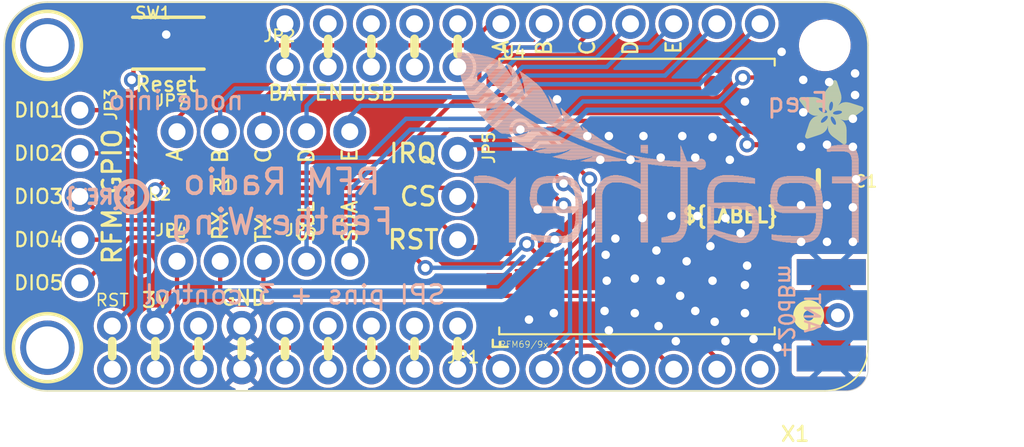
<source format=kicad_pcb>
(kicad_pcb (version 20221018) (generator pcbnew)
  (layers (0 "F.Cu" signal) (1 "In1.Cu" signal) (2 "In2.Cu" signal) (3 "In3.Cu" signal) (4 "In4.Cu" signal) (5 "In5.Cu" signal) (6 "In6.Cu" signal) (7 "In7.Cu" signal) (8 "In8.Cu" signal) (9 "In9.Cu" signal) (10 "In10.Cu" signal) (11 "In11.Cu" signal) (12 "In12.Cu" signal) (13 "In13.Cu" signal) (14 "In14.Cu" signal) (31 "B.Cu" signal) (34 "B.Paste" user) (35 "F.Paste" user) (36 "B.SilkS" user "B.Silkscreen") (37 "F.SilkS" user "F.Silkscreen") (38 "B.Mask" user) (39 "F.Mask" user) (44 "Edge.Cuts" user))
  (net 0 "")
  (net 1 "GND")
  (net 2 "3.3V")
  (net 3 "N$25")
  (net 4 "MOSI")
  (net 5 "MISO")
  (net 6 "SCK")
  (net 7 "RST")
  (net 8 "CS")
  (net 9 "IRQ")
  (net 10 "ANT")
  (net 11 "DIO3")
  (net 12 "DIO2")
  (net 13 "DIO1")
  (net 14 "DIO5")
  (net 15 "DIO4")
  (net 16 "M")
  (net 17 "L")
  (net 18 "K")
  (net 19 "J")
  (net 20 "I")
  (net 21 "N$7")
  (net 22 "VBAT")
  (net 23 "EN")
  (net 24 "USB")
  (net 25 "H")
  (net 26 "G")
  (net 27 "F")
  (net 28 "TX")
  (net 29 "RX")
  (net 30 "A")
  (net 31 "B")
  (net 32 "C")
  (net 33 "D")
  (net 34 "E")
  (net 35 "SCL")
  (net 36 "SDA")
  (net 37 "NC")
  (footprint "working:1X05_ROUND_76" (layer "F.Cu") (at 138.3411 101.1936)
    (fp_text reference "JP7")
    (fp_text value "")
  )
  (footprint "working:MOUNTINGHOLE_2.5_PLATED" (layer "F.Cu") (at 125.6411 113.8936)
    (fp_text reference "U$7" hide)
    (fp_text value "MOUNTINGHOLE2.5" hide)
  )
  (footprint "working:FEATHERWING_NOHOLES" (layer "F.Cu") (at 123.1011 116.4336)
    (fp_text reference "MS1" hide)
    (fp_text value "FEATHERWING_NOHOLES" hide)
  )
  (footprint "working:FIDUCIAL_1MM" (layer "F.Cu") (at 164.7571 98.3996)
    (fp_text reference "FID2" hide)
    (fp_text value "FIDUCIAL\"\"" hide)
  )
  (footprint "working:0603-NO" (layer "F.Cu") (at 134.7851 105.0036 180)
    (fp_text reference "R2")
    (fp_text value "100k")
  )
  (footprint "working:0805-NO" (layer "F.Cu") (at 170.9801 103.9876)
    (fp_text reference "C1")
    (fp_text value "10uF")
  )
  (footprint "working:MOUNTINGHOLE_2.5_PLATED" (layer "F.Cu") (at 125.6411 96.1136)
    (fp_text reference "U$8" hide)
    (fp_text value "MOUNTINGHOLE2.5" hide)
  )
  (footprint "working:1X05_ROUND_70" (layer "F.Cu") (at 144.6911 97.3836)
    (fp_text reference "JP2")
    (fp_text value "")
  )
  (footprint "working:1X02_ROUND" (layer "F.Cu") (at 142.1511 108.8136)
    (fp_text reference "JP6")
    (fp_text value "")
  )
  (footprint "working:1X03_ROUND_76" (layer "F.Cu") (at 135.8011 108.8136)
    (fp_text reference "JP4")
    (fp_text value "")
  )
  (footprint "working:1X09_ROUND_70" (layer "F.Cu") (at 139.6111 112.6236 180)
    (fp_text reference "JP1")
    (fp_text value "")
  )
  (footprint "working:SMA_EDGELAUNCH_UFL" (layer "F.Cu") (at 173.7741 111.9886 180)
    (fp_text reference "X1")
    (fp_text value "uFL/SMA")
  )
  (footprint "working:0603-NO" (layer "F.Cu") (at 138.4681 104.4956 180)
    (fp_text reference "R1")
    (fp_text value "100k")
  )
  (footprint "working:BTN_KMR2_4.6X2.8" (layer "F.Cu") (at 132.7531 95.9866)
    (fp_text reference "SW1")
    (fp_text value "")
  )
  (footprint "working:FIDUCIAL_1MM" (layer "F.Cu") (at 131.2291 109.0676)
    (fp_text reference "FID1" hide)
    (fp_text value "FIDUCIAL\"\"" hide)
  )
  (footprint "working:1X05_ROUND_70" (layer "F.Cu") (at 127.5461 105.0036 -90)
    (fp_text reference "JP3")
    (fp_text value "")
  )
  (footprint "working:RFMHCW_SMT" (layer "F.Cu") (at 160.3121 105.0036)
    (fp_text reference "U4")
    (fp_text value "RFM69/9x")
  )
  (footprint "" (layer "F.Cu") (at 171.3611 96.1136)
    (fp_text reference "@HOLE0" hide)
    (fp_text value "")
  )
  (footprint "working:1X03_ROUND_76" (layer "F.Cu") (at 149.7711 105.0036 -90)
    (fp_text reference "JP5")
    (fp_text value "")
  )
  (footprint "working:ADAFRUIT_3.5MM" (layer "F.Cu") (at 169.8371 101.9556)
    (fp_text reference "U$15" hide)
    (fp_text value "" hide)
  )
  (footprint "working:FEATHERLOGO" (layer "B.Cu") (at 174.0281 107.7976 180)
    (fp_text reference "U$16" hide)
    (fp_text value "" hide)
  )
  (footprint "working:PCBFEAT-REV-040" (layer "B.Cu") (at 130.5941 105.0036 180)
    (fp_text reference "U$14" hide)
    (fp_text value "" hide)
  )
  (gr_line (start 144.6911 114.4016) (end 144.6911 113.5126) (stroke (width 0.508)) (layer "F.SilkS"))
  (gr_line (start 131.9911 114.4016) (end 131.9911 113.5126) (stroke (width 0.508)) (layer "F.SilkS"))
  (gr_line (start 149.7711 114.4016) (end 149.7711 113.5126) (stroke (width 0.508)) (layer "F.SilkS"))
  (gr_line (start 139.6111 114.4016) (end 139.6111 113.5126) (stroke (width 0.508)) (layer "F.SilkS"))
  (gr_line (start 129.4511 114.4016) (end 129.4511 113.5126) (stroke (width 0.508)) (layer "F.SilkS"))
  (gr_line (start 149.7711 96.6216) (end 149.7711 95.7326) (stroke (width 0.508)) (layer "F.SilkS"))
  (gr_line (start 134.5311 114.4016) (end 134.5311 113.5126) (stroke (width 0.508)) (layer "F.SilkS"))
  (gr_line (start 139.6111 96.6216) (end 139.6111 95.7326) (stroke (width 0.508)) (layer "F.SilkS"))
  (gr_line (start 142.1511 114.4016) (end 142.1511 113.5126) (stroke (width 0.508)) (layer "F.SilkS"))
  (gr_line (start 144.6911 96.6216) (end 144.6911 95.7326) (stroke (width 0.508)) (layer "F.SilkS"))
  (gr_line (start 137.0711 114.4016) (end 137.0711 113.5126) (stroke (width 0.508)) (layer "F.SilkS"))
  (gr_line (start 147.2311 96.6216) (end 147.2311 95.7326) (stroke (width 0.508)) (layer "F.SilkS"))
  (gr_line (start 147.2311 114.4016) (end 147.2311 113.5126) (stroke (width 0.508)) (layer "F.SilkS"))
  (gr_line (start 142.1511 96.6216) (end 142.1511 95.7326) (stroke (width 0.508)) (layer "F.SilkS"))
  (gr_line (start 125.6411 93.5736) (end 171.3611 93.5736) (stroke (width 0.05)) (layer "Edge.Cuts"))
  (gr_line (start 173.9011 96.1136) (end 173.9011 115.1636) (stroke (width 0.05)) (layer "Edge.Cuts"))
  (gr_arc (start 173.9011 115.1636) (mid 173.529126 116.061626) (end 172.6311 116.4336) (stroke (width 0.05)) (layer "Edge.Cuts"))
  (gr_line (start 123.1011 113.8936) (end 123.1011 96.1136) (stroke (width 0.05)) (layer "Edge.Cuts"))
  (gr_line (start 172.6311 116.4336) (end 125.6411 116.4336) (stroke (width 0.05)) (layer "Edge.Cuts"))
  (gr_arc (start 123.1011 96.1136) (mid 123.845049 94.317549) (end 125.6411 93.5736) (stroke (width 0.05)) (layer "Edge.Cuts"))
  (gr_arc (start 171.3611 93.5736) (mid 173.157151 94.317549) (end 173.9011 96.1136) (stroke (width 0.05)) (layer "Edge.Cuts"))
  (gr_arc (start 125.6411 116.4336) (mid 123.845049 115.689651) (end 123.1011 113.8936) (stroke (width 0.05)) (layer "Edge.Cuts"))
  (gr_text "+20dBm" (at 168.5671 114.6556 -90) (layer "B.SilkS") (effects (font (size 0.87376 0.87376) (thickness 0.14224)) (justify left bottom mirror)))
  (gr_text "ANT" (at 171.1071 110.5916 -90) (layer "B.SilkS") (effects (font (size 0.87376 0.87376) (thickness 0.14224)) (justify right top mirror)))
  (gr_text "Freq" (at 169.7736 99.4791) (layer "B.SilkS") (effects (font (size 1.1049 1.1049) (thickness 0.1651)) (justify mirror)))
  (gr_text "node info" (at 133.1976 99.3521) (layer "B.SilkS") (effects (font (size 1.1049 1.1049) (thickness 0.1651)) (justify mirror)))
  (gr_text "SPI pins + 3 control" (at 140.1826 110.7821) (layer "B.SilkS") (effects (font (size 1.1049 1.1049) (thickness 0.1651)) (justify mirror)))
  (gr_text "RFM Radio\nFeatherWing" (at 139.4206 105.3211) (layer "B.SilkS") (effects (font (size 1.458468 1.458468) (thickness 0.217932)) (justify mirror)))
  (gr_text "F" (at 133.2611 107.6706 90) (layer "F.SilkS") (effects (font (size 0.87376 0.87376) (thickness 0.14224)) (justify left)))
  (gr_text "DIO4" (at 126.6571 107.5436) (layer "F.SilkS") (effects (font (size 0.830072 0.830072) (thickness 0.135128)) (justify right)))
  (gr_text "BAT" (at 141.0081 98.9076) (layer "F.SilkS") (effects (font (size 0.87376 0.87376) (thickness 0.14224)) (justify right)))
  (gr_text "RFM GPIO" (at 129.4511 105.0036 90) (layer "F.SilkS") (effects (font (size 1.0922 1.0922) (thickness 0.1778))))
  (gr_text "RST" (at 148.7551 107.5436) (layer "F.SilkS") (effects (font (size 1.0922 1.0922) (thickness 0.1778)) (justify right)))
  (gr_text "C" (at 138.3411 102.0826 90) (layer "F.SilkS") (effects (font (size 0.87376 0.87376) (thickness 0.14224)) (justify right)))
  (gr_text "DIO3" (at 126.6571 105.0036) (layer "F.SilkS") (effects (font (size 0.830072 0.830072) (thickness 0.135128)) (justify right)))
  (gr_text "A" (at 133.1341 102.0826 90) (layer "F.SilkS") (effects (font (size 0.87376 0.87376) (thickness 0.14224)) (justify right)))
  (gr_text "F" (at 152.3111 114.1476 90) (layer "F.SilkS") (effects (font (size 0.87376 0.87376) (thickness 0.14224)) (justify left)))
  (gr_text "DIO1" (at 126.6571 99.9236) (layer "F.SilkS") (effects (font (size 0.830072 0.830072) (thickness 0.135128)) (justify right)))
  (gr_text "D" (at 159.9311 95.7326 90) (layer "F.SilkS") (effects (font (size 0.87376 0.87376) (thickness 0.14224)) (justify right)))
  (gr_text "Reset" (at 130.7211 98.3996) (layer "F.SilkS") (effects (font (size 0.87376 0.87376) (thickness 0.14224)) (justify left)))
  (gr_text "E" (at 162.4711 95.7326 90) (layer "F.SilkS") (effects (font (size 0.87376 0.87376) (thickness 0.14224)) (justify right)))
  (gr_text "CS" (at 148.6281 105.0036) (layer "F.SilkS") (effects (font (size 1.0922 1.0922) (thickness 0.1778)) (justify right)))
  (gr_text "IRQ" (at 148.6281 102.4636) (layer "F.SilkS") (effects (font (size 1.0922 1.0922) (thickness 0.1778)) (justify right)))
  (gr_text "RST" (at 129.4511 111.0996) (layer "F.SilkS") (effects (font (size 0.715264 0.715264) (thickness 0.097536))))
  (gr_text "EN" (at 141.2621 98.9076) (layer "F.SilkS") (effects (font (size 0.87376 0.87376) (thickness 0.14224)) (justify left)))
  (gr_text "RX" (at 135.8011 107.6706 90) (layer "F.SilkS") (effects (font (size 0.87376 0.87376) (thickness 0.14224)) (justify left)))
  (gr_text "USB" (at 146.2151 98.9076) (layer "F.SilkS") (effects (font (size 0.87376 0.87376) (thickness 0.14224)) (justify right)))
  (gr_text "DIO2" (at 126.6571 102.4636) (layer "F.SilkS") (effects (font (size 0.830072 0.830072) (thickness 0.135128)) (justify right)))
  (gr_text "SDA" (at 143.4211 107.7976 90) (layer "F.SilkS") (effects (font (size 0.87376 0.87376) (thickness 0.14224)) (justify left)))
  (gr_text "E" (at 143.4211 102.0826 90) (layer "F.SilkS") (effects (font (size 0.87376 0.87376) (thickness 0.14224)) (justify right)))
  (gr_text "D" (at 140.8811 102.0826 90) (layer "F.SilkS") (effects (font (size 0.87376 0.87376) (thickness 0.14224)) (justify right)))
  (gr_text "C" (at 157.3911 95.7326 90) (layer "F.SilkS") (effects (font (size 0.87376 0.87376) (thickness 0.14224)) (justify right)))
  (gr_text "TX" (at 138.3411 107.7976 90) (layer "F.SilkS") (effects (font (size 0.87376 0.87376) (thickness 0.14224)) (justify left)))
  (gr_text "SCL" (at 140.8811 107.7976 90) (layer "F.SilkS") (effects (font (size 0.87376 0.87376) (thickness 0.14224)) (justify left)))
  (gr_text "A" (at 152.3111 95.7326 90) (layer "F.SilkS") (effects (font (size 0.87376 0.87376) (thickness 0.14224)) (justify right)))
  (gr_text "DIO5" (at 126.6571 110.0836) (layer "F.SilkS") (effects (font (size 0.830072 0.830072) (thickness 0.135128)) (justify right)))
  (gr_text "B" (at 154.8511 95.7326 90) (layer "F.SilkS") (effects (font (size 0.87376 0.87376) (thickness 0.14224)) (justify right)))
  (gr_text "3V" (at 132.8801 111.0996) (layer "F.SilkS") (effects (font (size 0.87376 0.87376) (thickness 0.14224)) (justify right)))
  (gr_text "GND" (at 138.5951 110.9726) (layer "F.SilkS") (effects (font (size 0.87376 0.87376) (thickness 0.14224)) (justify right)))
  (gr_text "B" (at 135.8011 102.0826 90) (layer "F.SilkS") (effects (font (size 0.87376 0.87376) (thickness 0.14224)) (justify right)))
  (via (at 173.1391 97.7646) (size 0.9064) (drill 0.5) (layers "F.Cu" "B.Cu") (net 1))
  (via (at 164.8841 112.3696) (size 0.9064) (drill 0.5) (layers "F.Cu" "B.Cu") (net 1))
  (via (at 157.3911 101.4476) (size 0.9064) (drill 0.5) (layers "F.Cu" "B.Cu") (net 1))
  (via (at 171.4881 105.5116) (size 0.9064) (drill 0.5) (layers "F.Cu" "B.Cu") (net 1))
  (via (at 170.0911 98.1456) (size 0.9064) (drill 0.5) (layers "F.Cu" "B.Cu") (net 1))
  (via (at 158.6611 112.8776) (size 0.9064) (drill 0.5) (layers "F.Cu" "B.Cu") (net 1))
  (via (at 159.0421 107.4801) (size 0.9064) (drill 0.5) (layers "F.Cu" "B.Cu") (net 1))
  (via (at 169.9641 107.6706) (size 0.9064) (drill 0.5) (layers "F.Cu" "B.Cu") (net 1))
  (via (at 161.7091 109.9566) (size 0.9064) (drill 0.5) (layers "F.Cu" "B.Cu") (net 1))
  (via (at 173.0121 107.6706) (size 0.9064) (drill 0.5) (layers "F.Cu" "B.Cu") (net 1))
  (via (at 158.4071 111.7346) (size 0.9064) (drill 0.5) (layers "F.Cu" "B.Cu") (net 1))
  (via (at 167.1701 113.3856) (size 0.9064) (drill 0.5) (layers "F.Cu" "B.Cu") (net 1))
  (via (at 160.1851 111.8616) (size 0.9064) (drill 0.5) (layers "F.Cu" "B.Cu") (net 1))
  (via (at 164.7571 109.9566) (size 0.9064) (drill 0.5) (layers "F.Cu" "B.Cu") (net 1))
  (via (at 173.0121 102.0826) (size 0.9064) (drill 0.5) (layers "F.Cu" "B.Cu") (net 1))
  (via (at 162.9791 101.4476) (size 0.9064) (drill 0.5) (layers "F.Cu" "B.Cu") (net 1))
  (via (at 158.4706 108.4326) (size 0.9064) (drill 0.5) (layers "F.Cu" "B.Cu") (net 1))
  (via (at 164.7571 101.5111) (size 0.9064) (drill 0.5) (layers "F.Cu" "B.Cu") (net 1))
  (via (at 155.6131 99.2886) (size 0.9064) (drill 0.5) (layers "F.Cu" "B.Cu") (net 1))
  (via (at 162.5981 113.5126) (size 0.9064) (drill 0.5) (layers "F.Cu" "B.Cu") (net 1))
  (via (at 158.5341 109.9566) (size 0.9064) (drill 0.5) (layers "F.Cu" "B.Cu") (net 1))
  (via (at 162.3441 106.1466) (size 0.9064) (drill 0.5) (layers "F.Cu" "B.Cu") (net 1))
  (via (at 165.5191 106.2736) (size 0.9064) (drill 0.5) (layers "F.Cu" "B.Cu") (net 1))
  (via (at 165.7731 102.8446) (size 0.9064) (drill 0.5) (layers "F.Cu" "B.Cu") (net 1))
  (via (at 171.4881 107.6706) (size 0.9064) (drill 0.5) (layers "F.Cu" "B.Cu") (net 1))
  (via (at 163.7411 102.7176) (size 0.9064) (drill 0.5) (layers "F.Cu" "B.Cu") (net 1))
  (via (at 154.4701 105.7656) (size 0.9064) (drill 0.5) (layers "F.Cu" "B.Cu") (net 1))
  (via (at 166.6621 99.4156) (size 0.9064) (drill 0.5) (layers "F.Cu" "B.Cu") (net 1))
  (via (at 162.8521 110.8456) (size 0.9064) (drill 0.5) (layers "F.Cu" "B.Cu") (net 1))
  (via (at 163.7411 111.7346) (size 0.9064) (drill 0.5) (layers "F.Cu" "B.Cu") (net 1))
  (via (at 160.6931 101.4476) (size 0.9064) (drill 0.5) (layers "F.Cu" "B.Cu") (net 1))
  (via (at 158.6611 101.4476) (size 0.9064) (drill 0.5) (layers "F.Cu" "B.Cu") (net 1))
  (via (at 163.2331 108.8136) (size 0.9064) (drill 0.5) (layers "F.Cu" "B.Cu") (net 1))
  (via (at 173.0121 100.4316) (size 0.9064) (drill 0.5) (layers "F.Cu" "B.Cu") (net 1))
  (via (at 169.9641 105.5116) (size 0.9064) (drill 0.5) (layers "F.Cu" "B.Cu") (net 1))
  (via (at 158.1531 102.8446) (size 0.9064) (drill 0.5) (layers "F.Cu" "B.Cu") (net 1))
  (via (at 159.9311 102.8446) (size 0.9064) (drill 0.5) (layers "F.Cu" "B.Cu") (net 1))
  (via (at 171.6151 98.2726) (size 0.9064) (drill 0.5) (layers "F.Cu" "B.Cu") (net 1))
  (via (at 160.6296 106.2736) (size 0.9064) (drill 0.5) (layers "F.Cu" "B.Cu") (net 1))
  (via (at 164.6301 107.9246) (size 0.9064) (drill 0.5) (layers "F.Cu" "B.Cu") (net 1))
  (via (at 166.6621 110.2106) (size 0.9064) (drill 0.5) (layers "F.Cu" "B.Cu") (net 1))
  (via (at 173.0121 105.6386) (size 0.9064) (drill 0.5) (layers "F.Cu" "B.Cu") (net 1))
  (via (at 168.5671 113.8936) (size 0.9064) (drill 0.5) (layers "F.Cu" "B.Cu") (net 1))
  (via (at 168.8211 96.4946) (size 0.9064) (drill 0.5) (layers "F.Cu" "B.Cu") (net 1))
  (via (at 166.4081 107.1626) (size 0.9064) (drill 0.5) (layers "F.Cu" "B.Cu") (net 1))
  (via (at 163.8681 106.1466) (size 0.9064) (drill 0.5) (layers "F.Cu" "B.Cu") (net 1))
  (via (at 161.5821 112.6236) (size 0.9064) (drill 0.5) (layers "F.Cu" "B.Cu") (net 1))
  (via (at 153.9621 112.2426) (size 0.9064) (drill 0.5) (layers "F.Cu" "B.Cu") (net 1))
  (via (at 155.4226 111.8616) (size 0.9064) (drill 0.5) (layers "F.Cu" "B.Cu") (net 1))
  (via (at 132.6261 95.4786) (size 0.9064) (drill 0.5) (layers "F.Cu" "B.Cu") (net 1))
  (via (at 171.4881 101.9556) (size 0.9064) (drill 0.5) (layers "F.Cu" "B.Cu") (net 1))
  (via (at 160.1851 109.8296) (size 0.9064) (drill 0.5) (layers "F.Cu" "B.Cu") (net 1))
  (via (at 166.6621 111.8616) (size 0.9064) (drill 0.5) (layers "F.Cu" "B.Cu") (net 1))
  (via (at 161.4551 108.1786) (size 0.9064) (drill 0.5) (layers "F.Cu" "B.Cu") (net 1))
  (via (at 165.5191 113.5126) (size 0.9064) (drill 0.5) (layers "F.Cu" "B.Cu") (net 1))
  (via (at 161.7091 102.7176) (size 0.9064) (drill 0.5) (layers "F.Cu" "B.Cu") (net 1))
  (via (at 173.1391 99.0346) (size 0.9064) (drill 0.5) (layers "F.Cu" "B.Cu") (net 1))
  (via (at 169.9641 102.0826) (size 0.9064) (drill 0.5) (layers "F.Cu" "B.Cu") (net 1))
  (via (at 166.7891 109.0676) (size 0.9064) (drill 0.5) (layers "F.Cu" "B.Cu") (net 1))
  (via (at 170.0911 100.0506) (size 0.9064) (drill 0.5) (layers "F.Cu" "B.Cu") (net 1))
  (via (at 173.2026 103.9876) (size 0.9064) (drill 0.5) (layers "F.Cu" "B.Cu") (net 1))
  (segment (start 159.0261 104.0036) (end 168.4121 104.0036) (width 0.6096) (layer "F.Cu") (net 2))
  (segment (start 131.9911 115.1636) (end 131.9911 112.6236) (width 0.3048) (layer "F.Cu") (net 2))
  (segment (start 133.9351 105.0036) (end 133.9351 104.1536) (width 0.254) (layer "F.Cu") (net 2))
  (segment (start 155.4861 107.5436) (end 159.0261 104.0036) (width 0.6096) (layer "F.Cu") (net 2))
  (segment (start 168.4281 103.9876) (end 168.4121 104.0036) (width 0.8128) (layer "F.Cu") (net 2))
  (segment (start 132.4991 104.1146) (end 131.9911 104.6226) (width 0.254) (layer "F.Cu") (net 2))
  (segment (start 170.0301 103.9876) (end 168.4281 103.9876) (width 0.8128) (layer "F.Cu") (net 2))
  (segment (start 137.6181 104.4956) (end 137.2371 104.1146) (width 0.254) (layer "F.Cu") (net 2))
  (segment (start 133.9351 104.1536) (end 133.8961 104.1146) (width 0.254) (layer "F.Cu") (net 2))
  (segment (start 137.2371 104.1146) (end 133.8961 104.1146) (width 0.254) (layer "F.Cu") (net 2))
  (segment (start 133.8961 104.1146) (end 132.4991 104.1146) (width 0.254) (layer "F.Cu") (net 2))
  (via (at 131.9911 104.6226) (size 0.9064) (drill 0.5) (layers "F.Cu" "B.Cu") (net 2))
  (via (at 155.4861 107.5436) (size 0.9064) (drill 0.5) (layers "F.Cu" "B.Cu") (net 2))
  (segment (start 131.9911 112.6236) (end 131.9911 112.1156) (width 0.6096) (layer "B.Cu") (net 2))
  (segment (start 131.9911 104.6226) (end 131.6101 105.0036) (width 0.254) (layer "B.Cu") (net 2))
  (segment (start 131.9911 112.1156) (end 133.3881 110.7186) (width 0.6096) (layer "B.Cu") (net 2))
  (segment (start 131.6101 105.0036) (end 131.6101 111.7346) (width 0.254) (layer "B.Cu") (net 2))
  (segment (start 133.3881 110.7186) (end 152.3111 110.7186) (width 0.6096) (layer "B.Cu") (net 2))
  (segment (start 131.6101 111.7346) (end 131.9911 112.1156) (width 0.254) (layer "B.Cu") (net 2))
  (segment (start 152.3111 110.7186) (end 155.4861 107.5436) (width 0.6096) (layer "B.Cu") (net 2))
  (segment (start 129.4511 112.6236) (end 129.4511 115.1636) (width 0.3048) (layer "F.Cu") (net 3))
  (segment (start 130.7031 96.7866) (end 130.7031 98.0366) (width 0.254) (layer "F.Cu") (net 3))
  (segment (start 130.7031 98.0366) (end 130.5941 98.1456) (width 0.254) (layer "F.Cu") (net 3))
  (segment (start 134.8031 96.7866) (end 130.7031 96.7866) (width 0.3048) (layer "F.Cu") (net 3))
  (via (at 130.5941 98.1456) (size 0.9064) (drill 0.5) (layers "F.Cu" "B.Cu") (net 3))
  (segment (start 130.5941 98.1456) (end 130.5941 111.4806) (width 0.254) (layer "B.Cu") (net 3))
  (segment (start 130.5941 111.4806) (end 129.4511 112.6236) (width 0.254) (layer "B.Cu") (net 3))
  (segment (start 152.2121 102.0036) (end 153.7561 102.0036) (width 0.254) (layer "F.Cu") (net 4))
  (segment (start 153.7561 102.0036) (end 155.9941 104.2416) (width 0.254) (layer "F.Cu") (net 4))
  (via (at 155.9941 104.2416) (size 0.9064) (drill 0.5) (layers "F.Cu" "B.Cu") (net 4))
  (segment (start 156.9466 105.0671) (end 157.0101 105.3211) (width 0.254) (layer "B.Cu") (net 4))
  (segment (start 157.0101 114.7826) (end 157.3911 115.1636) (width 0.254) (layer "B.Cu") (net 4))
  (segment (start 155.9941 104.2416) (end 156.9466 105.0671) (width 0.254) (layer "B.Cu") (net 4))
  (segment (start 157.0101 105.3211) (end 157.0101 114.7826) (width 0.254) (layer "B.Cu") (net 4))
  (segment (start 152.2121 100.0036) (end 153.5341 100.0036) (width 0.254) (layer "F.Cu") (net 5))
  (segment (start 153.5341 100.0036) (end 157.5181 103.9876) (width 0.254) (layer "F.Cu") (net 5))
  (via (at 157.5181 103.9876) (size 0.9064) (drill 0.5) (layers "F.Cu" "B.Cu") (net 5))
  (segment (start 159.3596 115.1636) (end 159.9311 115.1636) (width 0.254) (layer "B.Cu") (net 5))
  (segment (start 157.5181 103.9876) (end 157.5181 113.3221) (width 0.254) (layer "B.Cu") (net 5))
  (segment (start 157.5181 113.3221) (end 159.3596 115.1636) (width 0.254) (layer "B.Cu") (net 5))
  (segment (start 154.4861 104.0036) (end 155.9941 105.5116) (width 0.254) (layer "F.Cu") (net 6))
  (segment (start 152.2121 104.0036) (end 154.4861 104.0036) (width 0.254) (layer "F.Cu") (net 6))
  (via (at 155.9941 105.5116) (size 0.9064) (drill 0.5) (layers "F.Cu" "B.Cu") (net 6))
  (segment (start 156.3751 105.8926) (end 156.3751 113.0046) (width 0.254) (layer "B.Cu") (net 6))
  (segment (start 156.3751 113.0046) (end 154.8511 114.5286) (width 0.254) (layer "B.Cu") (net 6))
  (segment (start 155.9941 105.5116) (end 156.3751 105.8926) (width 0.254) (layer "B.Cu") (net 6))
  (segment (start 154.8511 114.5286) (end 154.8511 115.1636) (width 0.254) (layer "B.Cu") (net 6))
  (segment (start 136.0161 105.3846) (end 147.6121 105.3846) (width 0.254) (layer "F.Cu") (net 7))
  (segment (start 150.2311 108.0036) (end 152.2121 108.0036) (width 0.3048) (layer "F.Cu") (net 7))
  (segment (start 147.6121 105.3846) (end 149.7711 107.5436) (width 0.254) (layer "F.Cu") (net 7))
  (segment (start 135.6351 105.0036) (end 136.0161 105.3846) (width 0.254) (layer "F.Cu") (net 7))
  (segment (start 149.7711 107.5436) (end 150.2311 108.0036) (width 0.3048) (layer "F.Cu") (net 7))
  (segment (start 149.7711 105.0036) (end 150.1521 105.0036) (width 0.3048) (layer "F.Cu") (net 8))
  (segment (start 150.1521 105.0036) (end 151.1521 106.0036) (width 0.3048) (layer "F.Cu") (net 8))
  (segment (start 149.2631 104.4956) (end 149.7711 105.0036) (width 0.254) (layer "F.Cu") (net 8))
  (segment (start 139.3181 104.4956) (end 149.2631 104.4956) (width 0.254) (layer "F.Cu") (net 8))
  (segment (start 151.1521 106.0036) (end 152.2121 106.0036) (width 0.3048) (layer "F.Cu") (net 8))
  (segment (start 168.3641 101.9556) (end 168.4121 102.0036) (width 0.3048) (layer "F.Cu") (net 9))
  (segment (start 166.7891 101.9556) (end 168.3641 101.9556) (width 0.3048) (layer "F.Cu") (net 9))
  (via (at 166.7891 101.9556) (size 0.9064) (drill 0.5) (layers "F.Cu" "B.Cu") (net 9))
  (segment (start 165.2651 99.9236) (end 166.7891 101.4476) (width 0.3048) (layer "B.Cu") (net 9))
  (segment (start 149.7711 102.4636) (end 150.2791 101.9556) (width 0.3048) (layer "B.Cu") (net 9))
  (segment (start 166.7891 101.4476) (end 166.7891 101.9556) (width 0.3048) (layer "B.Cu") (net 9))
  (segment (start 157.3911 99.9236) (end 165.2651 99.9236) (width 0.3048) (layer "B.Cu") (net 9))
  (segment (start 154.0891 101.9556) (end 154.4701 101.5746) (width 0.3048) (layer "B.Cu") (net 9))
  (segment (start 150.2791 101.9556) (end 154.0891 101.9556) (width 0.3048) (layer "B.Cu") (net 9))
  (segment (start 154.4701 101.5746) (end 155.7401 101.5746) (width 0.3048) (layer "B.Cu") (net 9))
  (segment (start 155.7401 101.5746) (end 157.3911 99.9236) (width 0.3048) (layer "B.Cu") (net 9))
  (segment (start 172.1231 111.9886) (end 170.7261 111.9886) (width 0.254) (layer "F.Cu") (net 10))
  (segment (start 168.4121 112.0036) (end 170.4571 112.0036) (width 1.016) (layer "F.Cu") (net 10))
  (segment (start 170.4571 112.0036) (end 170.7261 111.9886) (width 1.016) (layer "F.Cu") (net 10))
  (via (at 172.1231 111.9886) (size 1.4224) (drill 0.8) (layers "F.Cu" "B.Cu") (net 10))
  (segment (start 166.9161 105.2576) (end 167.1701 105.5116) (width 0.254) (layer "F.Cu") (net 11))
  (segment (start 168.2371 108.1786) (end 168.4121 108.0036) (width 0.254) (layer "F.Cu") (net 11))
  (segment (start 127.5461 105.0036) (end 129.1971 106.4006) (width 0.254) (layer "F.Cu") (net 11))
  (segment (start 129.1971 106.4006) (end 146.3421 106.4006) (width 0.254) (layer "F.Cu") (net 11))
  (segment (start 167.1701 105.5116) (end 167.1701 106.7616) (width 0.254) (layer "F.Cu") (net 11))
  (segment (start 167.1701 106.7616) (end 168.4121 108.0036) (width 0.254) (layer "F.Cu") (net 11))
  (segment (start 159.9311 105.2576) (end 166.9161 105.2576) (width 0.254) (layer "F.Cu") (net 11))
  (segment (start 146.3421 106.4006) (end 148.8821 108.9406) (width 0.254) (layer "F.Cu") (net 11))
  (segment (start 156.2481 108.9406) (end 159.9311 105.2576) (width 0.254) (layer "F.Cu") (net 11))
  (segment (start 148.8821 108.9406) (end 156.2481 108.9406) (width 0.254) (layer "F.Cu") (net 11))
  (segment (start 146.8501 103.6066) (end 148.6281 101.7016) (width 0.254) (layer "F.Cu") (net 12))
  (segment (start 130.7211 102.4636) (end 131.8641 103.6066) (width 0.254) (layer "F.Cu") (net 12))
  (segment (start 149.2631 101.0666) (end 153.4541 101.0666) (width 0.254) (layer "F.Cu") (net 12))
  (segment (start 167.1851 98.0036) (end 168.4121 98.0036) (width 0.254) (layer "F.Cu") (net 12))
  (segment (start 131.8641 103.6066) (end 146.8501 103.6066) (width 0.254) (layer "F.Cu") (net 12))
  (segment (start 127.5461 102.4636) (end 130.7211 102.4636) (width 0.254) (layer "F.Cu") (net 12))
  (segment (start 148.6281 101.7016) (end 149.2631 101.0666) (width 0.254) (layer "F.Cu") (net 12))
  (segment (start 166.5351 98.0186) (end 167.1851 98.0036) (width 0.254) (layer "F.Cu") (net 12))
  (via (at 166.5351 98.0186) (size 0.9064) (drill 0.5) (layers "F.Cu" "B.Cu") (net 12))
  (via (at 153.4541 101.0666) (size 0.9064) (drill 0.5) (layers "F.Cu" "B.Cu") (net 12))
  (segment (start 153.4541 101.0666) (end 155.4861 101.0666) (width 0.254) (layer "B.Cu") (net 12))
  (segment (start 165.1381 99.4156) (end 166.5351 98.0186) (width 0.254) (layer "B.Cu") (net 12))
  (segment (start 155.4861 101.0666) (end 157.1371 99.4156) (width 0.254) (layer "B.Cu") (net 12))
  (segment (start 157.1371 99.4156) (end 165.1381 99.4156) (width 0.254) (layer "B.Cu") (net 12))
  (segment (start 153.4541 99.0346) (end 154.9781 100.5586) (width 0.254) (layer "F.Cu") (net 13))
  (segment (start 132.2451 102.9716) (end 145.9611 102.9716) (width 0.254) (layer "F.Cu") (net 13))
  (segment (start 151.2951 99.0346) (end 153.4541 99.0346) (width 0.254) (layer "F.Cu") (net 13))
  (segment (start 167.6781 100.0506) (end 168.3651 100.0506) (width 0.254) (layer "F.Cu") (net 13))
  (segment (start 129.1971 99.9236) (end 132.2451 102.9716) (width 0.254) (layer "F.Cu") (net 13))
  (segment (start 167.1701 100.5586) (end 167.6781 100.0506) (width 0.254) (layer "F.Cu") (net 13))
  (segment (start 168.3651 100.0506) (end 168.4121 100.0036) (width 0.254) (layer "F.Cu") (net 13))
  (segment (start 149.5171 99.4156) (end 150.9141 99.4156) (width 0.254) (layer "F.Cu") (net 13))
  (segment (start 145.9611 102.9716) (end 149.5171 99.4156) (width 0.254) (layer "F.Cu") (net 13))
  (segment (start 150.9141 99.4156) (end 151.2951 99.0346) (width 0.254) (layer "F.Cu") (net 13))
  (segment (start 127.5461 99.9236) (end 129.1971 99.9236) (width 0.254) (layer "F.Cu") (net 13))
  (segment (start 154.9781 100.5586) (end 167.1701 100.5586) (width 0.254) (layer "F.Cu") (net 13))
  (segment (start 127.8001 110.0836) (end 130.4671 107.4166) (width 0.254) (layer "F.Cu") (net 14))
  (segment (start 152.1321 110.0836) (end 152.2121 110.0036) (width 0.254) (layer "F.Cu") (net 14))
  (segment (start 145.3261 108.4326) (end 145.3261 108.9406) (width 0.254) (layer "F.Cu") (net 14))
  (segment (start 127.5461 110.0836) (end 127.8001 110.0836) (width 0.254) (layer "F.Cu") (net 14))
  (segment (start 130.4671 107.4166) (end 144.3101 107.4166) (width 0.254) (layer "F.Cu") (net 14))
  (segment (start 144.3101 107.4166) (end 145.3261 108.4326) (width 0.254) (layer "F.Cu") (net 14))
  (segment (start 146.4691 110.0836) (end 152.1321 110.0836) (width 0.254) (layer "F.Cu") (net 14))
  (segment (start 145.3261 108.9406) (end 146.4691 110.0836) (width 0.254) (layer "F.Cu") (net 14))
  (segment (start 168.3131 105.7656) (end 168.3131 105.8926) (width 0.254) (layer "F.Cu") (net 15))
  (segment (start 168.3131 105.8926) (end 168.3961 106.0196) (width 0.254) (layer "F.Cu") (net 15))
  (segment (start 129.3241 107.5436) (end 129.9591 106.9086) (width 0.254) (layer "F.Cu") (net 15))
  (segment (start 167.2971 104.7496) (end 168.3131 105.7656) (width 0.254) (layer "F.Cu") (net 15))
  (segment (start 155.9941 108.4326) (end 159.6771 104.7496) (width 0.254) (layer "F.Cu") (net 15))
  (segment (start 127.5461 107.5436) (end 129.3241 107.5436) (width 0.254) (layer "F.Cu") (net 15))
  (segment (start 153.8351 107.7976) (end 154.4701 108.4326) (width 0.254) (layer "F.Cu") (net 15))
  (segment (start 145.5801 106.9086) (end 147.8661 109.1946) (width 0.254) (layer "F.Cu") (net 15))
  (segment (start 168.3961 106.0196) (end 168.4121 106.0036) (width 0.254) (layer "F.Cu") (net 15))
  (segment (start 159.6771 104.7496) (end 167.2971 104.7496) (width 0.254) (layer "F.Cu") (net 15))
  (segment (start 129.9591 106.9086) (end 145.5801 106.9086) (width 0.254) (layer "F.Cu") (net 15))
  (segment (start 154.4701 108.4326) (end 155.9941 108.4326) (width 0.254) (layer "F.Cu") (net 15))
  (via (at 147.8661 109.1946) (size 0.9064) (drill 0.5) (layers "F.Cu" "B.Cu") (net 15))
  (via (at 153.8351 107.7976) (size 0.9064) (drill 0.5) (layers "F.Cu" "B.Cu") (net 15))
  (segment (start 147.8661 109.1946) (end 152.3111 109.1946) (width 0.254) (layer "B.Cu") (net 15))
  (segment (start 153.8351 107.6706) (end 153.8351 107.7976) (width 0.254) (layer "B.Cu") (net 15))
  (segment (start 152.3111 109.1946) (end 153.8351 107.6706) (width 0.254) (layer "B.Cu") (net 15))
  (segment (start 149.7711 115.1636) (end 149.7711 112.6236) (width 0.3048) (layer "B.Cu") (net 16))
  (segment (start 147.2311 115.1636) (end 147.2311 112.6236) (width 0.3048) (layer "B.Cu") (net 17))
  (segment (start 144.6911 115.1636) (end 144.6911 112.6236) (width 0.3048) (layer "B.Cu") (net 18))
  (segment (start 142.1511 115.1636) (end 142.1511 112.6236) (width 0.3048) (layer "B.Cu") (net 19))
  (segment (start 139.6111 112.6236) (end 139.6111 115.1636) (width 0.3048) (layer "B.Cu") (net 20))
  (segment (start 134.5311 112.6236) (end 134.5311 115.1636) (width 0.3048) (layer "B.Cu") (net 21))
  (segment (start 139.6111 94.8436) (end 139.6111 97.3836) (width 0.3048) (layer "B.Cu") (net 22))
  (segment (start 142.1511 94.8436) (end 142.1511 97.3836) (width 0.3048) (layer "B.Cu") (net 23))
  (segment (start 144.6911 94.8436) (end 144.6911 97.3836) (width 0.3048) (layer "B.Cu") (net 24))
  (segment (start 147.2311 94.8436) (end 147.2311 97.3836) (width 0.3048) (layer "B.Cu") (net 25))
  (segment (start 149.7711 94.8436) (end 149.7711 97.3836) (width 0.3048) (layer "B.Cu") (net 26))
  (segment (start 133.2611 108.8136) (end 133.2611 113.5126) (width 0.254) (layer "F.Cu") (net 27))
  (segment (start 151.0411 113.8936) (end 152.3111 115.1636) (width 0.254) (layer "F.Cu") (net 27))
  (segment (start 133.2611 113.5126) (end 133.6421 113.8936) (width 0.254) (layer "F.Cu") (net 27))
  (segment (start 133.6421 113.8936) (end 151.0411 113.8936) (width 0.254) (layer "F.Cu") (net 27))
  (segment (start 138.3411 110.0836) (end 139.1031 110.8456) (width 0.254) (layer "F.Cu") (net 28))
  (segment (start 138.3411 108.8136) (end 138.3411 110.0836) (width 0.254) (layer "F.Cu") (net 28))
  (segment (start 161.3281 110.8456) (end 165.0111 114.5286) (width 0.254) (layer "F.Cu") (net 28))
  (segment (start 139.1031 110.8456) (end 161.3281 110.8456) (width 0.254) (layer "F.Cu") (net 28))
  (segment (start 165.0111 114.5286) (end 165.0111 115.1636) (width 0.254) (layer "F.Cu") (net 28))
  (segment (start 161.0741 113.7666) (end 162.4711 115.1636) (width 0.254) (layer "F.Cu") (net 29))
  (segment (start 135.8011 108.8136) (end 135.8011 110.4646) (width 0.254) (layer "F.Cu") (net 29))
  (segment (start 151.0411 113.0046) (end 151.8031 113.7666) (width 0.254) (layer "F.Cu") (net 29))
  (segment (start 136.6901 111.3536) (end 150.4061 111.3536) (width 0.254) (layer "F.Cu") (net 29))
  (segment (start 150.4061 111.3536) (end 151.0411 111.9886) (width 0.254) (layer "F.Cu") (net 29))
  (segment (start 151.8031 113.7666) (end 161.0741 113.7666) (width 0.254) (layer "F.Cu") (net 29))
  (segment (start 151.0411 111.9886) (end 151.0411 113.0046) (width 0.254) (layer "F.Cu") (net 29))
  (segment (start 135.8011 110.4646) (end 136.6901 111.3536) (width 0.254) (layer "F.Cu") (net 29))
  (segment (start 137.5791 96.1136) (end 150.4061 96.1136) (width 0.254) (layer "F.Cu") (net 30))
  (segment (start 151.6761 94.8436) (end 152.3111 94.8436) (width 0.254) (layer "F.Cu") (net 30))
  (segment (start 133.2611 100.4316) (end 137.5791 96.1136) (width 0.254) (layer "F.Cu") (net 30))
  (segment (start 150.4061 96.1136) (end 151.6761 94.8436) (width 0.254) (layer "F.Cu") (net 30))
  (segment (start 133.2611 101.1936) (end 133.2611 100.4316) (width 0.254) (layer "F.Cu") (net 30))
  (segment (start 136.6901 98.6536) (end 150.6601 98.6536) (width 0.254) (layer "B.Cu") (net 31))
  (segment (start 135.8011 99.5426) (end 136.6901 98.6536) (width 0.254) (layer "B.Cu") (net 31))
  (segment (start 150.6601 98.6536) (end 153.0731 96.2406) (width 0.254) (layer "B.Cu") (net 31))
  (segment (start 154.8511 95.7326) (end 154.8511 94.8436) (width 0.254) (layer "B.Cu") (net 31))
  (segment (start 135.8011 101.1936) (end 135.8011 99.5426) (width 0.254) (layer "B.Cu") (net 31))
  (segment (start 153.0731 96.2406) (end 154.3431 96.2406) (width 0.254) (layer "B.Cu") (net 31))
  (segment (start 154.3431 96.2406) (end 154.8511 95.7326) (width 0.254) (layer "B.Cu") (net 31))
  (segment (start 138.9761 98.6536) (end 150.6601 98.6536) (width 0.254) (layer "F.Cu") (net 32))
  (segment (start 157.3911 95.4786) (end 157.3911 94.8436) (width 0.254) (layer "F.Cu") (net 32))
  (segment (start 138.3411 101.1936) (end 138.3411 99.2886) (width 0.254) (layer "F.Cu") (net 32))
  (segment (start 150.6601 98.6536) (end 151.0411 98.2726) (width 0.254) (layer "F.Cu") (net 32))
  (segment (start 151.0411 96.7486) (end 151.5491 96.2406) (width 0.254) (layer "F.Cu") (net 32))
  (segment (start 151.5491 96.2406) (end 156.6291 96.2406) (width 0.254) (layer "F.Cu") (net 32))
  (segment (start 151.0411 98.2726) (end 151.0411 96.7486) (width 0.254) (layer "F.Cu") (net 32))
  (segment (start 156.6291 96.2406) (end 157.3911 95.4786) (width 0.254) (layer "F.Cu") (net 32))
  (segment (start 138.3411 99.2886) (end 138.9761 98.6536) (width 0.254) (layer "F.Cu") (net 32))
  (segment (start 153.2001 96.8756) (end 157.8991 96.8756) (width 0.254) (layer "B.Cu") (net 33))
  (segment (start 157.8991 96.8756) (end 159.9311 94.8436) (width 0.254) (layer "B.Cu") (net 33))
  (segment (start 141.3891 99.1616) (end 150.9141 99.1616) (width 0.254) (layer "B.Cu") (net 33))
  (segment (start 140.8811 99.6696) (end 141.3891 99.1616) (width 0.254) (layer "B.Cu") (net 33))
  (segment (start 150.9141 99.1616) (end 153.2001 96.8756) (width 0.254) (layer "B.Cu") (net 33))
  (segment (start 140.8811 101.1936) (end 140.8811 99.6696) (width 0.254) (layer "B.Cu") (net 33))
  (segment (start 153.5811 97.3836) (end 158.5341 97.3836) (width 0.254) (layer "B.Cu") (net 34))
  (segment (start 143.4211 100.3046) (end 144.0561 99.6696) (width 0.254) (layer "B.Cu") (net 34))
  (segment (start 143.4211 101.1936) (end 143.4211 100.3046) (width 0.254) (layer "B.Cu") (net 34))
  (segment (start 159.6771 96.2406) (end 161.0741 96.2406) (width 0.254) (layer "B.Cu") (net 34))
  (segment (start 161.0741 96.2406) (end 162.4711 94.8436) (width 0.254) (layer "B.Cu") (net 34))
  (segment (start 158.5341 97.3836) (end 159.6771 96.2406) (width 0.254) (layer "B.Cu") (net 34))
  (segment (start 144.0561 99.6696) (end 151.2951 99.6696) (width 0.254) (layer "B.Cu") (net 34))
  (segment (start 151.2951 99.6696) (end 153.5811 97.3836) (width 0.254) (layer "B.Cu") (net 34))
  (segment (start 144.4371 102.7176) (end 146.7231 100.4316) (width 0.254) (layer "B.Cu") (net 35))
  (segment (start 140.8811 108.8136) (end 140.8811 103.0986) (width 0.254) (layer "B.Cu") (net 35))
  (segment (start 161.9631 97.8916) (end 165.0111 94.8436) (width 0.254) (layer "B.Cu") (net 35))
  (segment (start 141.2621 102.7176) (end 144.4371 102.7176) (width 0.254) (layer "B.Cu") (net 35))
  (segment (start 151.2951 100.4316) (end 153.8351 97.8916) (width 0.254) (layer "B.Cu") (net 35))
  (segment (start 140.8811 103.0986) (end 141.2621 102.7176) (width 0.254) (layer "B.Cu") (net 35))
  (segment (start 146.7231 100.4316) (end 151.2951 100.4316) (width 0.254) (layer "B.Cu") (net 35))
  (segment (start 153.8351 97.8916) (end 161.9631 97.8916) (width 0.254) (layer "B.Cu") (net 35))
  (segment (start 143.4211 108.8136) (end 143.4211 104.6226) (width 0.254) (layer "B.Cu") (net 36))
  (segment (start 146.9771 101.0666) (end 151.4221 101.0666) (width 0.254) (layer "B.Cu") (net 36))
  (segment (start 151.4221 101.0666) (end 154.0891 98.3996) (width 0.254) (layer "B.Cu") (net 36))
  (segment (start 163.9951 98.3996) (end 167.5511 94.8436) (width 0.254) (layer "B.Cu") (net 36))
  (segment (start 143.4211 104.6226) (end 146.9771 101.0666) (width 0.254) (layer "B.Cu") (net 36))
  (segment (start 154.0891 98.3996) (end 163.9951 98.3996) (width 0.254) (layer "B.Cu") (net 36))
  (zone (net 1) (net_name "GND") (layer "F.Cu") (priority 6) (connect_pads (clearance 0.000001)) (min_thickness 0.127) (fill yes (thermal_gap 0.304) (thermal_bridge_width 0.304))
    (polygon (pts (xy 174.0281 116.5606) (xy 122.9741 116.5606) (xy 122.9741 93.4466) (xy 174.0281 93.4466)))
  )
  (zone (net 1) (net_name "GND") (layer "B.Cu") (priority 6) (connect_pads (clearance 0.000001)) (min_thickness 0.127) (fill yes (thermal_gap 0.304) (thermal_bridge_width 0.304))
    (polygon (pts (xy 174.0281 116.5606) (xy 122.9741 116.5606) (xy 122.9741 93.4466) (xy 174.0281 93.4466)))
  )
)
</source>
